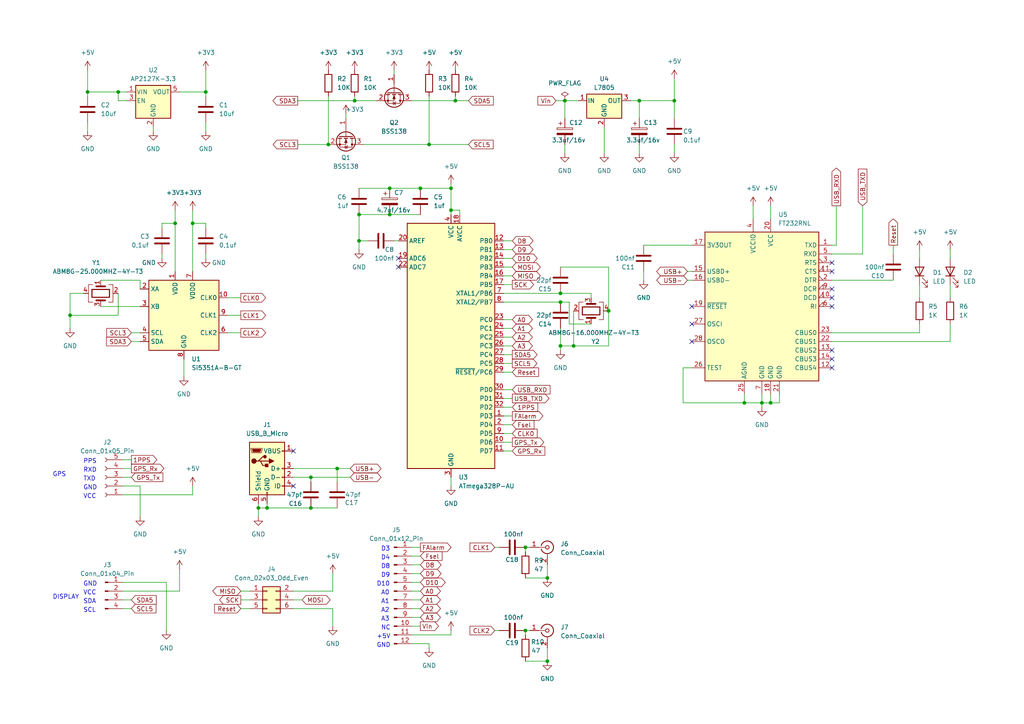
<source format=kicad_sch>
(kicad_sch (version 20231120) (generator "eeschema") (generator_version "8.0")
  (paper "A4")
  (junction (at 166.37 100.33))
  (junction (at 162.56 85.09))
  (junction (at 113.03 54.61))
  (junction (at 162.56 100.33))
  (junction (at 163.83 29.21))
  (junction (at 77.47 147.32))
  (junction (at 195.58 29.21))
  (junction (at 121.92 54.61))
  (junction (at 162.56 87.63))
  (junction (at 104.14 69.85))
  (junction (at 132.08 29.21))
  (junction (at 104.14 62.23))
  (junction (at 124.46 41.91))
  (junction (at 158.75 191.77))
  (junction (at 90.17 147.32))
  (junction (at 55.88 64.77))
  (junction (at 113.03 62.23))
  (junction (at 215.9 116.84))
  (junction (at 102.87 29.21))
  (junction (at 97.79 135.89))
  (junction (at 130.81 54.61))
  (junction (at 223.52 116.84))
  (junction (at 50.8 64.77))
  (junction (at 74.93 147.32))
  (junction (at 220.98 116.84))
  (junction (at 25.4 26.67))
  (junction (at 59.69 26.67))
  (junction (at 95.25 41.91))
  (junction (at 20.32 91.44))
  (junction (at 90.17 138.43))
  (junction (at 152.4 182.88))
  (junction (at 130.81 60.96))
  (junction (at 152.4 158.75))
  (junction (at 176.53 90.17))
  (junction (at 185.42 29.21))
  (junction (at 34.29 26.67))
  (junction (at 158.75 167.64))
  (no_connect (at 241.3 88.9))
  (no_connect (at 115.57 74.93))
  (no_connect (at 241.3 76.2))
  (no_connect (at 241.3 86.36))
  (no_connect (at 200.66 93.98))
  (no_connect (at 200.66 99.06))
  (no_connect (at 241.3 101.6))
  (no_connect (at 85.09 140.97))
  (no_connect (at 200.66 88.9))
  (no_connect (at 241.3 83.82))
  (no_connect (at 241.3 78.74))
  (no_connect (at 85.09 130.81))
  (no_connect (at 115.57 77.47))
  (no_connect (at 241.3 104.14))
  (no_connect (at 241.3 106.68))
  (wire (pts (xy 59.69 64.77) (xy 55.88 64.77)))
  (wire (pts (xy 158.75 191.77) (xy 158.75 187.96)))
  (wire (pts (xy 241.3 81.28) (xy 259.08 81.28)))
  (wire (pts (xy 119.38 171.45) (xy 121.92 171.45)))
  (wire (pts (xy 46.99 64.77) (xy 50.8 64.77)))
  (wire (pts (xy 165.1 93.98) (xy 165.1 87.63)))
  (wire (pts (xy 77.47 147.32) (xy 90.17 147.32)))
  (wire (pts (xy 114.3 20.32) (xy 114.3 21.59)))
  (wire (pts (xy 119.38 173.99) (xy 121.92 173.99)))
  (wire (pts (xy 77.47 146.05) (xy 77.47 147.32)))
  (wire (pts (xy 34.29 26.67) (xy 36.83 26.67)))
  (wire (pts (xy 259.08 71.12) (xy 259.08 73.66)))
  (wire (pts (xy 25.4 35.56) (xy 25.4 38.1)))
  (wire (pts (xy 119.38 179.07) (xy 121.92 179.07)))
  (wire (pts (xy 86.36 29.21) (xy 102.87 29.21)))
  (wire (pts (xy 146.05 115.57) (xy 148.59 115.57)))
  (wire (pts (xy 124.46 41.91) (xy 124.46 27.94)))
  (wire (pts (xy 85.09 176.53) (xy 96.52 176.53)))
  (wire (pts (xy 146.05 82.55) (xy 148.59 82.55)))
  (wire (pts (xy 146.05 97.79) (xy 148.59 97.79)))
  (wire (pts (xy 40.64 140.97) (xy 35.56 140.97)))
  (wire (pts (xy 223.52 59.69) (xy 223.52 63.5)))
  (wire (pts (xy 130.81 182.88) (xy 130.81 184.15)))
  (wire (pts (xy 124.46 186.69) (xy 124.46 187.96)))
  (wire (pts (xy 200.66 106.68) (xy 198.12 106.68)))
  (wire (pts (xy 199.39 78.74) (xy 200.66 78.74)))
  (wire (pts (xy 55.88 60.96) (xy 55.88 64.77)))
  (wire (pts (xy 119.38 166.37) (xy 121.92 166.37)))
  (wire (pts (xy 97.79 135.89) (xy 101.6 135.89)))
  (wire (pts (xy 66.04 96.52) (xy 69.85 96.52)))
  (wire (pts (xy 152.4 158.75) (xy 153.67 158.75)))
  (wire (pts (xy 163.83 29.21) (xy 163.83 34.29)))
  (wire (pts (xy 102.87 29.21) (xy 102.87 27.94)))
  (wire (pts (xy 146.05 130.81) (xy 148.59 130.81)))
  (wire (pts (xy 69.85 176.53) (xy 72.39 176.53)))
  (wire (pts (xy 119.38 158.75) (xy 121.92 158.75)))
  (wire (pts (xy 104.14 62.23) (xy 113.03 62.23)))
  (wire (pts (xy 146.05 72.39) (xy 148.59 72.39)))
  (wire (pts (xy 119.38 161.29) (xy 121.92 161.29)))
  (wire (pts (xy 59.69 26.67) (xy 59.69 27.94)))
  (wire (pts (xy 86.36 41.91) (xy 95.25 41.91)))
  (wire (pts (xy 59.69 35.56) (xy 59.69 38.1)))
  (wire (pts (xy 20.32 85.09) (xy 24.13 85.09)))
  (wire (pts (xy 186.69 71.12) (xy 200.66 71.12)))
  (wire (pts (xy 198.12 106.68) (xy 198.12 116.84)))
  (wire (pts (xy 152.4 182.88) (xy 152.4 184.15)))
  (wire (pts (xy 241.3 99.06) (xy 275.59 99.06)))
  (wire (pts (xy 119.38 186.69) (xy 124.46 186.69)))
  (wire (pts (xy 55.88 143.51) (xy 55.88 140.97)))
  (wire (pts (xy 146.05 80.01) (xy 148.59 80.01)))
  (wire (pts (xy 40.64 81.28) (xy 29.21 81.28)))
  (wire (pts (xy 163.83 29.21) (xy 167.64 29.21)))
  (wire (pts (xy 176.53 77.47) (xy 162.56 77.47)))
  (wire (pts (xy 55.88 64.77) (xy 55.88 78.74)))
  (wire (pts (xy 266.7 82.55) (xy 266.7 86.36)))
  (wire (pts (xy 185.42 29.21) (xy 195.58 29.21)))
  (wire (pts (xy 146.05 69.85) (xy 148.59 69.85)))
  (wire (pts (xy 185.42 41.91) (xy 185.42 44.45)))
  (wire (pts (xy 109.22 29.21) (xy 102.87 29.21)))
  (wire (pts (xy 146.05 128.27) (xy 148.59 128.27)))
  (wire (pts (xy 52.07 26.67) (xy 59.69 26.67)))
  (wire (pts (xy 38.1 96.52) (xy 40.64 96.52)))
  (wire (pts (xy 48.26 168.91) (xy 48.26 182.88)))
  (wire (pts (xy 90.17 139.7) (xy 90.17 138.43)))
  (wire (pts (xy 146.05 113.03) (xy 148.59 113.03)))
  (wire (pts (xy 220.98 116.84) (xy 220.98 118.11)))
  (wire (pts (xy 20.32 85.09) (xy 20.32 91.44)))
  (wire (pts (xy 166.37 90.17) (xy 166.37 100.33)))
  (wire (pts (xy 241.3 96.52) (xy 266.7 96.52)))
  (wire (pts (xy 146.05 102.87) (xy 148.59 102.87)))
  (wire (pts (xy 176.53 90.17) (xy 176.53 100.33)))
  (wire (pts (xy 69.85 171.45) (xy 72.39 171.45)))
  (wire (pts (xy 106.68 69.85) (xy 104.14 69.85)))
  (wire (pts (xy 59.69 73.66) (xy 59.69 74.93)))
  (wire (pts (xy 34.29 91.44) (xy 20.32 91.44)))
  (wire (pts (xy 143.51 158.75) (xy 144.78 158.75)))
  (wire (pts (xy 146.05 77.47) (xy 148.59 77.47)))
  (wire (pts (xy 97.79 135.89) (xy 97.79 139.7)))
  (wire (pts (xy 162.56 95.25) (xy 162.56 100.33)))
  (wire (pts (xy 25.4 26.67) (xy 25.4 27.94)))
  (wire (pts (xy 35.56 173.99) (xy 38.1 173.99)))
  (wire (pts (xy 35.56 135.89) (xy 38.1 135.89)))
  (wire (pts (xy 146.05 125.73) (xy 148.59 125.73)))
  (wire (pts (xy 119.38 181.61) (xy 121.92 181.61)))
  (wire (pts (xy 119.38 163.83) (xy 121.92 163.83)))
  (wire (pts (xy 46.99 73.66) (xy 46.99 74.93)))
  (wire (pts (xy 74.93 147.32) (xy 74.93 149.86)))
  (wire (pts (xy 275.59 82.55) (xy 275.59 86.36)))
  (wire (pts (xy 198.12 116.84) (xy 215.9 116.84)))
  (wire (pts (xy 34.29 29.21) (xy 34.29 26.67)))
  (wire (pts (xy 226.06 114.3) (xy 226.06 116.84)))
  (wire (pts (xy 195.58 22.86) (xy 195.58 29.21)))
  (wire (pts (xy 105.41 41.91) (xy 124.46 41.91)))
  (wire (pts (xy 44.45 36.83) (xy 44.45 38.1)))
  (wire (pts (xy 152.4 191.77) (xy 158.75 191.77)))
  (wire (pts (xy 130.81 60.96) (xy 130.81 62.23)))
  (wire (pts (xy 25.4 20.32) (xy 25.4 26.67)))
  (wire (pts (xy 114.3 69.85) (xy 115.57 69.85)))
  (wire (pts (xy 95.25 27.94) (xy 95.25 41.91)))
  (wire (pts (xy 34.29 85.09) (xy 34.29 91.44)))
  (wire (pts (xy 38.1 99.06) (xy 40.64 99.06)))
  (wire (pts (xy 130.81 138.43) (xy 130.81 140.97)))
  (wire (pts (xy 175.26 36.83) (xy 175.26 44.45)))
  (wire (pts (xy 66.04 86.36) (xy 69.85 86.36)))
  (wire (pts (xy 215.9 116.84) (xy 220.98 116.84)))
  (wire (pts (xy 40.64 83.82) (xy 40.64 81.28)))
  (wire (pts (xy 130.81 184.15) (xy 119.38 184.15)))
  (wire (pts (xy 146.05 92.71) (xy 148.59 92.71)))
  (wire (pts (xy 163.83 41.91) (xy 163.83 44.45)))
  (wire (pts (xy 275.59 72.39) (xy 275.59 74.93)))
  (wire (pts (xy 146.05 118.11) (xy 148.59 118.11)))
  (wire (pts (xy 85.09 171.45) (xy 96.52 171.45)))
  (wire (pts (xy 186.69 78.74) (xy 186.69 81.28)))
  (wire (pts (xy 85.09 138.43) (xy 90.17 138.43)))
  (wire (pts (xy 35.56 171.45) (xy 52.07 171.45)))
  (wire (pts (xy 226.06 116.84) (xy 223.52 116.84)))
  (wire (pts (xy 223.52 116.84) (xy 220.98 116.84)))
  (wire (pts (xy 266.7 72.39) (xy 266.7 74.93)))
  (wire (pts (xy 119.38 168.91) (xy 121.92 168.91)))
  (wire (pts (xy 52.07 171.45) (xy 52.07 165.1)))
  (wire (pts (xy 133.35 60.96) (xy 130.81 60.96)))
  (wire (pts (xy 176.53 100.33) (xy 166.37 100.33)))
  (wire (pts (xy 59.69 66.04) (xy 59.69 64.77)))
  (wire (pts (xy 195.58 41.91) (xy 195.58 44.45)))
  (wire (pts (xy 35.56 176.53) (xy 38.1 176.53)))
  (wire (pts (xy 40.64 149.86) (xy 40.64 140.97)))
  (wire (pts (xy 90.17 138.43) (xy 101.6 138.43)))
  (wire (pts (xy 113.03 62.23) (xy 121.92 62.23)))
  (wire (pts (xy 85.09 135.89) (xy 97.79 135.89)))
  (wire (pts (xy 146.05 123.19) (xy 148.59 123.19)))
  (wire (pts (xy 29.21 88.9) (xy 40.64 88.9)))
  (wire (pts (xy 199.39 81.28) (xy 200.66 81.28)))
  (wire (pts (xy 152.4 182.88) (xy 153.67 182.88)))
  (wire (pts (xy 104.14 54.61) (xy 113.03 54.61)))
  (wire (pts (xy 215.9 114.3) (xy 215.9 116.84)))
  (wire (pts (xy 35.56 143.51) (xy 55.88 143.51)))
  (wire (pts (xy 146.05 105.41) (xy 148.59 105.41)))
  (wire (pts (xy 171.45 86.36) (xy 171.45 85.09)))
  (wire (pts (xy 100.33 33.02) (xy 100.33 34.29)))
  (wire (pts (xy 36.83 29.21) (xy 34.29 29.21)))
  (wire (pts (xy 121.92 54.61) (xy 130.81 54.61)))
  (wire (pts (xy 53.34 104.14) (xy 53.34 109.22)))
  (wire (pts (xy 59.69 20.32) (xy 59.69 26.67)))
  (wire (pts (xy 242.57 59.69) (xy 242.57 71.12)))
  (wire (pts (xy 161.29 29.21) (xy 163.83 29.21)))
  (wire (pts (xy 152.4 158.75) (xy 152.4 160.02)))
  (wire (pts (xy 266.7 96.52) (xy 266.7 93.98)))
  (wire (pts (xy 171.45 93.98) (xy 165.1 93.98)))
  (wire (pts (xy 146.05 74.93) (xy 148.59 74.93)))
  (wire (pts (xy 195.58 29.21) (xy 195.58 34.29)))
  (wire (pts (xy 74.93 146.05) (xy 74.93 147.32)))
  (wire (pts (xy 104.14 69.85) (xy 104.14 62.23)))
  (wire (pts (xy 146.05 95.25) (xy 148.59 95.25)))
  (wire (pts (xy 162.56 85.09) (xy 146.05 85.09)))
  (wire (pts (xy 50.8 64.77) (xy 50.8 78.74)))
  (wire (pts (xy 241.3 71.12) (xy 242.57 71.12)))
  (wire (pts (xy 35.56 138.43) (xy 38.1 138.43)))
  (wire (pts (xy 165.1 87.63) (xy 162.56 87.63)))
  (wire (pts (xy 250.19 59.69) (xy 250.19 73.66)))
  (wire (pts (xy 143.51 182.88) (xy 144.78 182.88)))
  (wire (pts (xy 182.88 29.21) (xy 185.42 29.21)))
  (wire (pts (xy 185.42 29.21) (xy 185.42 34.29)))
  (wire (pts (xy 146.05 120.65) (xy 148.59 120.65)))
  (wire (pts (xy 130.81 54.61) (xy 130.81 60.96)))
  (wire (pts (xy 124.46 41.91) (xy 135.89 41.91)))
  (wire (pts (xy 25.4 26.67) (xy 34.29 26.67)))
  (wire (pts (xy 146.05 100.33) (xy 148.59 100.33)))
  (wire (pts (xy 133.35 62.23) (xy 133.35 60.96)))
  (wire (pts (xy 132.08 29.21) (xy 132.08 27.94)))
  (wire (pts (xy 166.37 100.33) (xy 162.56 100.33)))
  (wire (pts (xy 241.3 73.66) (xy 250.19 73.66)))
  (wire (pts (xy 162.56 87.63) (xy 146.05 87.63)))
  (wire (pts (xy 176.53 90.17) (xy 176.53 77.47)))
  (wire (pts (xy 85.09 173.99) (xy 87.63 173.99)))
  (wire (pts (xy 130.81 53.34) (xy 130.81 54.61)))
  (wire (pts (xy 66.04 91.44) (xy 69.85 91.44)))
  (wire (pts (xy 35.56 168.91) (xy 48.26 168.91)))
  (wire (pts (xy 146.05 107.95) (xy 148.59 107.95)))
  (wire (pts (xy 275.59 99.06) (xy 275.59 93.98)))
  (wire (pts (xy 119.38 176.53) (xy 121.92 176.53)))
  (wire (pts (xy 90.17 147.32) (xy 97.79 147.32)))
  (wire (pts (xy 104.14 69.85) (xy 104.14 72.39)))
  (wire (pts (xy 132.08 29.21) (xy 135.89 29.21)))
  (wire (pts (xy 171.45 85.09) (xy 162.56 85.09)))
  (wire (pts (xy 152.4 167.64) (xy 158.75 167.64)))
  (wire (pts (xy 20.32 91.44) (xy 20.32 95.25)))
  (wire (pts (xy 158.75 167.64) (xy 158.75 163.83)))
  (wire (pts (xy 220.98 114.3) (xy 220.98 116.84)))
  (wire (pts (xy 223.52 114.3) (xy 223.52 116.84)))
  (wire (pts (xy 77.47 147.32) (xy 74.93 147.32)))
  (wire (pts (xy 96.52 171.45) (xy 96.52 166.37)))
  (wire (pts (xy 50.8 60.96) (xy 50.8 64.77)))
  (wire (pts (xy 119.38 29.21) (xy 132.08 29.21)))
  (wire (pts (xy 113.03 54.61) (xy 121.92 54.61)))
  (wire (pts (xy 46.99 66.04) (xy 46.99 64.77)))
  (wire (pts (xy 162.56 100.33) (xy 162.56 101.6)))
  (wire (pts (xy 35.56 133.35) (xy 38.1 133.35)))
  (wire (pts (xy 69.85 173.99) (xy 72.39 173.99)))
  (wire (pts (xy 218.44 59.69) (xy 218.44 63.5)))
  (wire (pts (xy 96.52 176.53) (xy 96.52 181.61)))
  (text "D3" (at 110.49 160.02 0) (effects (font (size 1.27 1.27)) (justify left bottom)))
  (text "D4" (at 110.49 162.56 0) (effects (font (size 1.27 1.27)) (justify left bottom)))
  (text "GND" (at 24.13 170.18 0) (effects (font (size 1.27 1.27)) (justify left bottom)))
  (text "RXD" (at 24.13 137.16 0) (effects (font (size 1.27 1.27)) (justify left bottom)))
  (text "+5V" (at 109.22 185.42 0) (effects (font (size 1.27 1.27)) (justify left bottom)))
  (text "PPS" (at 24.13 134.62 0) (effects (font (size 1.27 1.27)) (justify left bottom)))
  (text "VCC" (at 24.13 172.72 0) (effects (font (size 1.27 1.27)) (justify left bottom)))
  (text "GND" (at 24.13 142.24 0) (effects (font (size 1.27 1.27)) (justify left bottom)))
  (text "VCC" (at 24.13 144.78 0) (effects (font (size 1.27 1.27)) (justify left bottom)))
  (text "D8" (at 110.49 165.1 0) (effects (font (size 1.27 1.27)) (justify left bottom)))
  (text "TXD" (at 24.13 139.7 0) (effects (font (size 1.27 1.27)) (justify left bottom)))
  (text "A3" (at 110.49 180.34 0) (effects (font (size 1.27 1.27)) (justify left bottom)))
  (text "GND" (at 109.22 187.96 0) (effects (font (size 1.27 1.27)) (justify left bottom)))
  (text "D10" (at 109.22 170.18 0) (effects (font (size 1.27 1.27)) (justify left bottom)))
  (text "A0" (at 110.49 172.72 0) (effects (font (size 1.27 1.27)) (justify left bottom)))
  (text "SDA" (at 24.13 175.26 0) (effects (font (size 1.27 1.27)) (justify left bottom)))
  (text "DISPLAY" (at 15.24 173.99 0) (effects (font (size 1.27 1.27)) (justify left bottom)))
  (text "A1" (at 110.49 175.26 0) (effects (font (size 1.27 1.27)) (justify left bottom)))
  (text "NC" (at 110.49 182.88 0) (effects (font (size 1.27 1.27)) (justify left bottom)))
  (text "GPS" (at 15.24 138.43 0) (effects (font (size 1.27 1.27)) (justify left bottom)))
  (text "A2" (at 110.49 177.8 0) (effects (font (size 1.27 1.27)) (justify left bottom)))
  (text "D9" (at 110.49 167.64 0) (effects (font (size 1.27 1.27)) (justify left bottom)))
  (text "SCL" (at 24.13 177.8 0) (effects (font (size 1.27 1.27)) (justify left bottom)))
  (global_label "GPS_Tx" (shape output) (at 148.59 128.27 0) (property "Intersheetrefs" "${INTERSHEET_REFS}" (effects (hide yes))))
  (global_label "SCL5" (shape output) (at 148.59 105.41 0) (property "Intersheetrefs" "${INTERSHEET_REFS}" (effects (hide yes))))
  (global_label "MISO" (shape bidirectional) (at 148.59 80.01 0) (property "Intersheetrefs" "${INTERSHEET_REFS}" (effects (hide yes))))
  (global_label "CLK0" (shape output) (at 69.85 86.36 0) (property "Intersheetrefs" "${INTERSHEET_REFS}" (effects (hide yes))))
  (global_label "A2" (shape bidirectional) (at 148.59 97.79 0) (property "Intersheetrefs" "${INTERSHEET_REFS}" (effects (hide yes))))
  (global_label "SCK" (shape output) (at 69.85 173.99 180) (property "Intersheetrefs" "${INTERSHEET_REFS}" (effects (hide yes))))
  (global_label "A2" (shape bidirectional) (at 121.92 176.53 0) (property "Intersheetrefs" "${INTERSHEET_REFS}" (effects (hide yes))))
  (global_label "Reset" (shape output) (at 259.08 71.12 90) (property "Intersheetrefs" "${INTERSHEET_REFS}" (effects (hide yes))))
  (global_label "D10" (shape bidirectional) (at 148.59 74.93 0) (property "Intersheetrefs" "${INTERSHEET_REFS}" (effects (hide yes))))
  (global_label "D8" (shape bidirectional) (at 148.59 69.85 0) (property "Intersheetrefs" "${INTERSHEET_REFS}" (effects (hide yes))))
  (global_label "1PPS" (shape output) (at 38.1 133.35 0) (property "Intersheetrefs" "${INTERSHEET_REFS}" (effects (hide yes))))
  (global_label "USB-" (shape bidirectional) (at 199.39 81.28 180) (property "Intersheetrefs" "${INTERSHEET_REFS}" (effects (hide yes))))
  (global_label "USB_RXD" (shape output) (at 242.57 59.69 90) (property "Intersheetrefs" "${INTERSHEET_REFS}" (effects (hide yes))))
  (global_label "CLK1" (shape output) (at 69.85 91.44 0) (property "Intersheetrefs" "${INTERSHEET_REFS}" (effects (hide yes))))
  (global_label "USB+" (shape bidirectional) (at 199.39 78.74 180) (property "Intersheetrefs" "${INTERSHEET_REFS}" (effects (hide yes))))
  (global_label "SCL3" (shape input) (at 38.1 96.52 180) (property "Intersheetrefs" "${INTERSHEET_REFS}" (effects (hide yes))))
  (global_label "D10" (shape bidirectional) (at 121.92 168.91 0) (property "Intersheetrefs" "${INTERSHEET_REFS}" (effects (hide yes))))
  (global_label "USB-" (shape bidirectional) (at 101.6 138.43 0) (property "Intersheetrefs" "${INTERSHEET_REFS}" (effects (hide yes))))
  (global_label "SDA5" (shape output) (at 148.59 102.87 0) (property "Intersheetrefs" "${INTERSHEET_REFS}" (effects (hide yes))))
  (global_label "MOSI" (shape bidirectional) (at 87.63 173.99 0) (property "Intersheetrefs" "${INTERSHEET_REFS}" (effects (hide yes))))
  (global_label "MISO" (shape bidirectional) (at 69.85 171.45 180) (property "Intersheetrefs" "${INTERSHEET_REFS}" (effects (hide yes))))
  (global_label "SCL5" (shape input) (at 135.89 41.91 0) (property "Intersheetrefs" "${INTERSHEET_REFS}" (effects (hide yes))))
  (global_label "A3" (shape bidirectional) (at 148.59 100.33 0) (property "Intersheetrefs" "${INTERSHEET_REFS}" (effects (hide yes))))
  (global_label "D9" (shape bidirectional) (at 121.92 166.37 0) (property "Intersheetrefs" "${INTERSHEET_REFS}" (effects (hide yes))))
  (global_label "FAlarm" (shape output) (at 148.59 120.65 0) (property "Intersheetrefs" "${INTERSHEET_REFS}" (effects (hide yes))))
  (global_label "SCL5" (shape input) (at 38.1 176.53 0) (property "Intersheetrefs" "${INTERSHEET_REFS}" (effects (hide yes))))
  (global_label "SDA3" (shape input) (at 38.1 99.06 180) (property "Intersheetrefs" "${INTERSHEET_REFS}" (effects (hide yes))))
  (global_label "USB_RXD" (shape input) (at 148.59 113.03 0) (property "Intersheetrefs" "${INTERSHEET_REFS}" (effects (hide yes))))
  (global_label "D9" (shape bidirectional) (at 148.59 72.39 0) (property "Intersheetrefs" "${INTERSHEET_REFS}" (effects (hide yes))))
  (global_label "USB_TXD" (shape output) (at 148.59 115.57 0) (property "Intersheetrefs" "${INTERSHEET_REFS}" (effects (hide yes))))
  (global_label "Reset" (shape input) (at 148.59 107.95 0) (property "Intersheetrefs" "${INTERSHEET_REFS}" (effects (hide yes))))
  (global_label "CLK2" (shape input) (at 143.51 182.88 180) (property "Intersheetrefs" "${INTERSHEET_REFS}" (effects (hide yes))))
  (global_label "SCL3" (shape output) (at 86.36 41.91 180) (property "Intersheetrefs" "${INTERSHEET_REFS}" (effects (hide yes))))
  (global_label "SDA3" (shape output) (at 86.36 29.21 180) (property "Intersheetrefs" "${INTERSHEET_REFS}" (effects (hide yes))))
  (global_label "GPS_Rx" (shape input) (at 148.59 130.81 0) (property "Intersheetrefs" "${INTERSHEET_REFS}" (effects (hide yes))))
  (global_label "CLK0" (shape input) (at 148.59 125.73 0) (property "Intersheetrefs" "${INTERSHEET_REFS}" (effects (hide yes))))
  (global_label "SCK" (shape output) (at 148.59 82.55 0) (property "Intersheetrefs" "${INTERSHEET_REFS}" (effects (hide yes))))
  (global_label "Reset" (shape input) (at 69.85 176.53 180) (property "Intersheetrefs" "${INTERSHEET_REFS}" (effects (hide yes))))
  (global_label "1PPS" (shape input) (at 148.59 118.11 0) (property "Intersheetrefs" "${INTERSHEET_REFS}" (effects (hide yes))))
  (global_label "SDA5" (shape input) (at 135.89 29.21 0) (property "Intersheetrefs" "${INTERSHEET_REFS}" (effects (hide yes))))
  (global_label "GPS_Tx" (shape input) (at 38.1 138.43 0) (property "Intersheetrefs" "${INTERSHEET_REFS}" (effects (hide yes))))
  (global_label "USB_TXD" (shape input) (at 250.19 59.69 90) (property "Intersheetrefs" "${INTERSHEET_REFS}" (effects (hide yes))))
  (global_label "A1" (shape bidirectional) (at 148.59 95.25 0) (property "Intersheetrefs" "${INTERSHEET_REFS}" (effects (hide yes))))
  (global_label "MOSI" (shape bidirectional) (at 148.59 77.47 0) (property "Intersheetrefs" "${INTERSHEET_REFS}" (effects (hide yes))))
  (global_label "CLK2" (shape output) (at 69.85 96.52 0) (property "Intersheetrefs" "${INTERSHEET_REFS}" (effects (hide yes))))
  (global_label "Vin" (shape input) (at 161.29 29.21 180) (property "Intersheetrefs" "${INTERSHEET_REFS}" (effects (hide yes))))
  (global_label "CLK1" (shape input) (at 143.51 158.75 180) (property "Intersheetrefs" "${INTERSHEET_REFS}" (effects (hide yes))))
  (global_label "USB+" (shape bidirectional) (at 101.6 135.89 0) (property "Intersheetrefs" "${INTERSHEET_REFS}" (effects (hide yes))))
  (global_label "SDA5" (shape input) (at 38.1 173.99 0) (property "Intersheetrefs" "${INTERSHEET_REFS}" (effects (hide yes))))
  (global_label "FAlarm" (shape output) (at 121.92 158.75 0) (property "Intersheetrefs" "${INTERSHEET_REFS}" (effects (hide yes))))
  (global_label "D8" (shape bidirectional) (at 121.92 163.83 0) (property "Intersheetrefs" "${INTERSHEET_REFS}" (effects (hide yes))))
  (global_label "A3" (shape bidirectional) (at 121.92 179.07 0) (property "Intersheetrefs" "${INTERSHEET_REFS}" (effects (hide yes))))
  (global_label "A0" (shape bidirectional) (at 121.92 171.45 0) (property "Intersheetrefs" "${INTERSHEET_REFS}" (effects (hide yes))))
  (global_label "A1" (shape bidirectional) (at 121.92 173.99 0) (property "Intersheetrefs" "${INTERSHEET_REFS}" (effects (hide yes))))
  (global_label "Fsel" (shape input) (at 121.92 161.29 0) (property "Intersheetrefs" "${INTERSHEET_REFS}" (effects (hide yes))))
  (global_label "Fsel" (shape input) (at 148.59 123.19 0) (property "Intersheetrefs" "${INTERSHEET_REFS}" (effects (hide yes))))
  (global_label "GPS_Rx" (shape output) (at 38.1 135.89 0) (property "Intersheetrefs" "${INTERSHEET_REFS}" (effects (hide yes))))
  (global_label "Vin" (shape output) (at 121.92 181.61 0) (property "Intersheetrefs" "${INTERSHEET_REFS}" (effects (hide yes))))
  (global_label "A0" (shape bidirectional) (at 148.59 92.71 0) (property "Intersheetrefs" "${INTERSHEET_REFS}" (effects (hide yes))))
  (symbol (lib_id "power:GND") (at 158.75 191.77 0) (unit 1)
    (property "Reference" "#PWR043" (effects (hide yes)))
    (property "Value" "GND" (at 158.75 196.85 0))
  )
  (symbol (lib_id "Transistor_FET:BSS138") (at 100.33 39.37 270) (unit 1)
    (property "Reference" "Q1" (at 100.33 45.72 90))
    (property "Value" "BSS138" (at 100.33 48.26 90))
    (property "Footprint" "Package_TO_SOT_SMD:SOT-23" (effects (hide yes)))
    (property "Datasheet" "https://www.onsemi.com/pub/Collateral/BSS138-D.PDF" (effects (hide yes)))
  )
  (symbol (lib_id "Device:C_Polarized") (at 185.42 38.1 0) (unit 1)
    (property "Reference" "C13" (at 186.69 35.56 0) (effects (justify left)))
    (property "Value" "3.3uf/16v" (at 181.61 40.64 0) (effects (justify left)))
    (property "Footprint" "Capacitor_SMD:C_1206_3216Metric_Pad1.33x1.80mm_HandSolder" (effects (hide yes)))
  )
  (symbol (lib_id "power:+3V3") (at 59.69 20.32 0) (unit 1)
    (property "Reference" "#PWR09" (effects (hide yes)))
    (property "Value" "+3V3" (at 59.69 15.24 0))
  )
  (symbol (lib_id "power:GND") (at 163.83 44.45 0) (unit 1)
    (property "Reference" "#PWR031" (effects (hide yes)))
    (property "Value" "GND" (at 163.83 49.53 0))
  )
  (symbol (lib_id "Connector:Conn_01x12_Pin") (at 114.3 171.45 0) (unit 1)
    (property "Reference" "J5" (at 114.935 153.67 0))
    (property "Value" "Conn_01x12_Pin" (at 114.935 156.21 0))
    (property "Footprint" "Connector_PinHeader_2.54mm:PinHeader_1x12_P2.54mm_Vertical" (effects (hide yes)))
  )
  (symbol (lib_id "Device:R") (at 266.7 90.17 0) (unit 1)
    (property "Reference" "R5" (at 269.24 88.9 0) (effects (justify left)))
    (property "Value" "1K" (at 269.24 91.44 0) (effects (justify left)))
    (property "Footprint" "Resistor_SMD:R_0805_2012Metric_Pad1.20x1.40mm_HandSolder" (effects (hide yes)))
  )
  (symbol (lib_id "power:+5V") (at 55.88 140.97 0) (unit 1)
    (property "Reference" "#PWR034" (effects (hide yes)))
    (property "Value" "+5V" (at 55.88 135.89 0))
  )
  (symbol (lib_id "Connector:USB_B_Micro") (at 77.47 135.89 0) (unit 1)
    (property "Reference" "J1" (at 77.47 123.19 0))
    (property "Value" "USB_B_Micro" (at 77.47 125.73 0))
    (property "Footprint" "Connector_USB:USB_Micro-B_Amphenol_10118193-0001LF_Horizontal" (effects (hide yes)))
  )
  (symbol (lib_id "Regulator_Linear:L7805") (at 175.26 29.21 0) (unit 1)
    (property "Reference" "U4" (at 175.26 22.86 0))
    (property "Value" "L7805" (at 175.26 25.4 0))
    (property "Footprint" "Package_TO_SOT_THT:TO-220-3_Horizontal_TabDown" (effects (hide yes)))
    (property "Datasheet" "http://www.st.com/content/ccc/resource/technical/document/datasheet/41/4f/b3/b0/12/d4/47/88/CD00000444.pdf/files/CD00000444.pdf/jcr:content/translations/en.CD00000444.pdf" (effects (hide yes)))
  )
  (symbol (lib_id "power:GND") (at 96.52 181.61 0) (unit 1)
    (property "Reference" "#PWR038" (effects (hide yes)))
    (property "Value" "GND" (at 96.52 186.69 0))
  )
  (symbol (lib_id "power:+5V") (at 266.7 72.39 0) (unit 1)
    (property "Reference" "#PWR027" (effects (hide yes)))
    (property "Value" "+5V" (at 266.7 67.31 0))
  )
  (symbol (lib_id "power:+5V") (at 223.52 59.69 0) (unit 1)
    (property "Reference" "#PWR026" (effects (hide yes)))
    (property "Value" "+5V" (at 223.52 54.61 0))
  )
  (symbol (lib_id "Device:R") (at 132.08 24.13 0) (unit 1)
    (property "Reference" "R4" (at 134.62 22.86 0) (effects (justify left)))
    (property "Value" "10K" (at 134.62 25.4 0) (effects (justify left)))
    (property "Footprint" "Resistor_SMD:R_0805_2012Metric_Pad1.20x1.40mm_HandSolder" (effects (hide yes)))
  )
  (symbol (lib_id "Transistor_FET:BSS138") (at 114.3 26.67 270) (unit 1)
    (property "Reference" "Q2" (at 114.3 35.56 90))
    (property "Value" "BSS138" (at 114.3 38.1 90))
    (property "Footprint" "Package_TO_SOT_SMD:SOT-23" (effects (hide yes)))
    (property "Datasheet" "https://www.onsemi.com/pub/Collateral/BSS138-D.PDF" (effects (hide yes)))
  )
  (symbol (lib_id "power:+5V") (at 124.46 20.32 0) (unit 1)
    (property "Reference" "#PWR012" (effects (hide yes)))
    (property "Value" "+5V" (at 124.46 15.24 0))
  )
  (symbol (lib_id "power:GND") (at 53.34 109.22 0) (unit 1)
    (property "Reference" "#PWR04" (effects (hide yes)))
    (property "Value" "GND" (at 53.34 114.3 0))
  )
  (symbol (lib_id "Connector_Generic:Conn_02x03_Odd_Even") (at 77.47 173.99 0) (unit 1)
    (property "Reference" "J4" (at 78.74 165.1 0))
    (property "Value" "Conn_02x03_Odd_Even" (at 78.74 167.64 0))
    (property "Footprint" "Connector_PinHeader_2.54mm:PinHeader_2x03_P2.54mm_Vertical" (effects (hide yes)))
  )
  (symbol (lib_id "Oscillator:Si5351A-B-GT") (at 53.34 91.44 0) (unit 1)
    (property "Reference" "U1" (at 55.5341 104.14 0) (effects (justify left)))
    (property "Value" "Si5351A-B-GT" (at 55.5341 106.68 0) (effects (justify left)))
    (property "Footprint" "Package_SO:MSOP-10_3x3mm_P0.5mm" (effects (hide yes)))
    (property "Datasheet" "https://www.silabs.com/documents/public/data-sheets/Si5351-B.pdf" (effects (hide yes)))
  )
  (symbol (lib_id "Device:C_Polarized") (at 113.03 58.42 0) (unit 1)
    (property "Reference" "C7" (at 114.3 55.88 0) (effects (justify left)))
    (property "Value" "4.7uf/16v" (at 109.22 60.96 0) (effects (justify left)))
    (property "Footprint" "Capacitor_SMD:C_1206_3216Metric_Pad1.33x1.80mm_HandSolder" (effects (hide yes)))
  )
  (symbol (lib_id "power:+5V") (at 130.81 182.88 0) (unit 1)
    (property "Reference" "#PWR040" (effects (hide yes)))
    (property "Value" "+5V" (at 130.81 177.8 0))
  )
  (symbol (lib_id "power:+3V3") (at 102.87 20.32 0) (unit 1)
    (property "Reference" "#PWR015" (effects (hide yes)))
    (property "Value" "+3V3" (at 102.87 15.24 0))
  )
  (symbol (lib_id "power:+3V3") (at 100.33 33.02 0) (unit 1)
    (property "Reference" "#PWR017" (effects (hide yes)))
    (property "Value" "+3V3" (at 102.87 31.75 0))
  )
  (symbol (lib_id "Device:C") (at 59.69 69.85 0) (unit 1)
    (property "Reference" "C4" (at 63.5 68.58 0) (effects (justify left)))
    (property "Value" "0,1uf" (at 63.5 71.12 0) (effects (justify left)))
    (property "Footprint" "Capacitor_SMD:C_0805_2012Metric_Pad1.18x1.45mm_HandSolder" (effects (hide yes)))
  )
  (symbol (lib_id "power:GND") (at 186.69 81.28 0) (unit 1)
    (property "Reference" "#PWR029" (effects (hide yes)))
    (property "Value" "GND" (at 186.69 86.36 0))
  )
  (symbol (lib_id "Device:C") (at 110.49 69.85 90) (unit 1)
    (property "Reference" "C8" (at 114.3 72.39 90) (effects (justify left)))
    (property "Value" "100nf" (at 114.3 74.93 90) (effects (justify left)))
    (property "Footprint" "Capacitor_SMD:C_0805_2012Metric_Pad1.18x1.45mm_HandSolder" (effects (hide yes)))
  )
  (symbol (lib_id "Device:C") (at 25.4 31.75 0) (unit 1)
    (property "Reference" "C2" (at 29.21 30.48 0) (effects (justify left)))
    (property "Value" "10uf" (at 29.21 33.02 0) (effects (justify left)))
    (property "Footprint" "Capacitor_SMD:C_0805_2012Metric_Pad1.18x1.45mm_HandSolder" (effects (hide yes)))
  )
  (symbol (lib_id "Device:C") (at 59.69 31.75 0) (unit 1)
    (property "Reference" "C1" (at 63.5 30.48 0) (effects (justify left)))
    (property "Value" "10uf" (at 63.5 33.02 0) (effects (justify left)))
    (property "Footprint" "Capacitor_SMD:C_0805_2012Metric_Pad1.18x1.45mm_HandSolder" (effects (hide yes)))
  )
  (symbol (lib_id "Device:C") (at 148.59 158.75 270) (unit 1)
    (property "Reference" "C18" (at 146.558 162.306 90) (effects (justify left)))
    (property "Value" "100nf" (at 146.05 154.94 90) (effects (justify left)))
    (property "Footprint" "Capacitor_SMD:C_0805_2012Metric_Pad1.18x1.45mm_HandSolder" (effects (hide yes)))
  )
  (symbol (lib_id "Device:C") (at 46.99 69.85 0) (unit 1)
    (property "Reference" "C3" (at 40.64 68.58 0) (effects (justify left)))
    (property "Value" "0,1uf" (at 38.1 71.12 0) (effects (justify left)))
    (property "Footprint" "Capacitor_SMD:C_0805_2012Metric_Pad1.18x1.45mm_HandSolder" (effects (hide yes)))
  )
  (symbol (lib_id "power:+5V") (at 25.4 20.32 0) (unit 1)
    (property "Reference" "#PWR08" (effects (hide yes)))
    (property "Value" "+5V" (at 25.4 15.24 0))
  )
  (symbol (lib_id "power:+5V") (at 132.08 20.32 0) (unit 1)
    (property "Reference" "#PWR013" (effects (hide yes)))
    (property "Value" "+5V" (at 132.08 15.24 0))
  )
  (symbol (lib_id "power:GND") (at 162.56 101.6 0) (unit 1)
    (property "Reference" "#PWR041" (effects (hide yes)))
    (property "Value" "GND" (at 162.56 106.68 0))
  )
  (symbol (lib_id "power:GND") (at 59.69 38.1 0) (unit 1)
    (property "Reference" "#PWR03" (effects (hide yes)))
    (property "Value" "GND" (at 59.69 43.18 0))
  )
  (symbol (lib_id "power:+5V") (at 195.58 22.86 0) (unit 1)
    (property "Reference" "#PWR023" (effects (hide yes)))
    (property "Value" "+5V" (at 195.58 17.78 0))
  )
  (symbol (lib_id "Device:C") (at 162.56 91.44 180) (unit 1)
    (property "Reference" "C14" (at 160.02 93.98 0) (effects (justify left)))
    (property "Value" "22pf" (at 160.02 91.44 0) (effects (justify left)))
    (property "Footprint" "Capacitor_SMD:C_0805_2012Metric_Pad1.18x1.45mm_HandSolder" (effects (hide yes)))
  )
  (symbol (lib_id "power:GND") (at 195.58 44.45 0) (unit 1)
    (property "Reference" "#PWR022" (effects (hide yes)))
    (property "Value" "GND" (at 195.58 49.53 0))
  )
  (symbol (lib_id "power:GND") (at 130.81 140.97 0) (unit 1)
    (property "Reference" "#PWR019" (effects (hide yes)))
    (property "Value" "GND" (at 130.81 146.05 0))
  )
  (symbol (lib_id "power:PWR_FLAG") (at 163.83 29.21 0) (unit 1)
    (property "Reference" "#FLG01" (effects (hide yes)))
    (property "Value" "PWR_FLAG" (at 163.83 24.13 0))
  )
  (symbol (lib_id "power:GND") (at 46.99 74.93 0) (unit 1)
    (property "Reference" "#PWR06" (effects (hide yes)))
    (property "Value" "GND" (at 43.18 76.2 0))
  )
  (symbol (lib_id "power:+3V3") (at 55.88 60.96 0) (unit 1)
    (property "Reference" "#PWR011" (effects (hide yes)))
    (property "Value" "+3V3" (at 55.88 55.88 0))
  )
  (symbol (lib_id "Device:C") (at 90.17 143.51 180) (unit 1)
    (property "Reference" "C16" (at 87.63 146.05 0) (effects (justify left)))
    (property "Value" "47pf" (at 87.63 143.51 0) (effects (justify left)))
    (property "Footprint" "Capacitor_SMD:C_0805_2012Metric_Pad1.18x1.45mm_HandSolder" (effects (hide yes)))
  )
  (symbol (lib_id "Connector:Conn_01x05_Socket") (at 30.48 138.43 180) (unit 1)
    (property "Reference" "J2" (at 31.115 128.27 0))
    (property "Value" "Conn_01x05_Pin" (at 31.115 130.81 0))
    (property "Footprint" "Connector_PinSocket_2.54mm:PinSocket_1x05_P2.54mm_Vertical" (effects (hide yes)))
  )
  (symbol (lib_id "power:GND") (at 74.93 149.86 0) (unit 1)
    (property "Reference" "#PWR030" (effects (hide yes)))
    (property "Value" "GND" (at 74.93 154.94 0))
  )
  (symbol (lib_id "power:GND") (at 158.75 167.64 0) (unit 1)
    (property "Reference" "#PWR042" (effects (hide yes)))
    (property "Value" "GND" (at 158.75 172.72 0))
  )
  (symbol (lib_id "power:GND") (at 48.26 182.88 0) (unit 1)
    (property "Reference" "#PWR035" (effects (hide yes)))
    (property "Value" "GND" (at 48.26 187.96 0))
  )
  (symbol (lib_id "power:+3V3") (at 95.25 20.32 0) (unit 1)
    (property "Reference" "#PWR014" (effects (hide yes)))
    (property "Value" "+3V3" (at 95.25 15.24 0))
  )
  (symbol (lib_id "power:+3V3") (at 50.8 60.96 0) (unit 1)
    (property "Reference" "#PWR010" (effects (hide yes)))
    (property "Value" "+3V3" (at 50.8 55.88 0))
  )
  (symbol (lib_id "power:GND") (at 175.26 44.45 0) (unit 1)
    (property "Reference" "#PWR021" (effects (hide yes)))
    (property "Value" "GND" (at 175.26 49.53 0))
  )
  (symbol (lib_id "power:GND") (at 185.42 44.45 0) (unit 1)
    (property "Reference" "#PWR032" (effects (hide yes)))
    (property "Value" "GND" (at 185.42 49.53 0))
  )
  (symbol (lib_id "power:+5V") (at 52.07 165.1 0) (unit 1)
    (property "Reference" "#PWR036" (effects (hide yes)))
    (property "Value" "+5V" (at 52.07 160.02 0))
  )
  (symbol (lib_id "Device:C") (at 186.69 74.93 180) (unit 1)
    (property "Reference" "C11" (at 184.15 77.47 0) (effects (justify left)))
    (property "Value" "100nf" (at 184.15 74.93 0) (effects (justify left)))
    (property "Footprint" "Capacitor_SMD:C_0805_2012Metric_Pad1.18x1.45mm_HandSolder" (effects (hide yes)))
  )
  (symbol (lib_id "Device:C") (at 97.79 143.51 180) (unit 1)
    (property "Reference" "C17" (at 103.886 145.796 0) (effects (justify left)))
    (property "Value" "47pf" (at 104.648 143.51 0) (effects (justify left)))
    (property "Footprint" "Capacitor_SMD:C_0805_2012Metric_Pad1.18x1.45mm_HandSolder" (effects (hide yes)))
  )
  (symbol (lib_id "Device:C") (at 162.56 81.28 180) (unit 1)
    (property "Reference" "C15" (at 160.02 83.82 0) (effects (justify left)))
    (property "Value" "22pf" (at 160.02 81.28 0) (effects (justify left)))
    (property "Footprint" "Capacitor_SMD:C_0805_2012Metric_Pad1.18x1.45mm_HandSolder" (effects (hide yes)))
  )
  (symbol (lib_id "Device:C") (at 148.59 182.88 270) (unit 1)
    (property "Reference" "C19" (at 146.558 186.436 90) (effects (justify left)))
    (property "Value" "100nf" (at 146.05 179.07 90) (effects (justify left)))
    (property "Footprint" "Capacitor_SMD:C_0805_2012Metric_Pad1.18x1.45mm_HandSolder" (effects (hide yes)))
  )
  (symbol (lib_id "Device:C") (at 104.14 58.42 0) (unit 1)
    (property "Reference" "C6" (at 97.79 57.15 0) (effects (justify left)))
    (property "Value" "1uf" (at 97.79 59.69 0) (effects (justify left)))
    (property "Footprint" "Capacitor_SMD:C_0805_2012Metric_Pad1.18x1.45mm_HandSolder" (effects (hide yes)))
  )
  (symbol (lib_id "Device:C") (at 259.08 77.47 180) (unit 1)
    (property "Reference" "C10" (at 256.54 80.01 0) (effects (justify left)))
    (property "Value" "100nf" (at 256.54 77.47 0) (effects (justify left)))
    (property "Footprint" "Capacitor_SMD:C_0805_2012Metric_Pad1.18x1.45mm_HandSolder" (effects (hide yes)))
  )
  (symbol (lib_id "Device:Crystal_GND24") (at 171.45 90.17 90) (unit 1)
    (property "Reference" "Y2" (at 173.99 99.06 90) (effects (justify left)))
    (property "Value" "ABM8G-16.000MHZ-4Y-T3" (at 185.42 96.52 90) (effects (justify left)))
    (property "Footprint" "Crystal:Crystal_SMD_3225-4Pin_3.2x2.5mm_HandSoldering" (effects (hide yes)))
    (property "Description" "Four pin crystal, GND on pins 2 and 4" (effects (hide yes)))
  )
  (symbol (lib_id "Device:LED") (at 266.7 78.74 90) (unit 1)
    (property "Reference" "D1" (at 270.51 79.0575 90) (effects (justify right)))
    (property "Value" "LED" (at 270.51 81.5975 90) (effects (justify right)))
    (property "Footprint" "LED_SMD:LED_0805_2012Metric_Pad1.15x1.40mm_HandSolder" (effects (hide yes)))
  )
  (symbol (lib_id "power:GND") (at 25.4 38.1 0) (unit 1)
    (property "Reference" "#PWR01" (effects (hide yes)))
    (property "Value" "GND" (at 25.4 43.18 0))
  )
  (symbol (lib_id "Connector:Conn_01x04_Pin") (at 30.48 171.45 0) (unit 1)
    (property "Reference" "J3" (at 31.115 163.83 0))
    (property "Value" "Conn_01x04_Pin" (at 31.115 166.37 0))
    (property "Footprint" "Connector_PinHeader_2.54mm:PinHeader_1x04_P2.54mm_Vertical" (effects (hide yes)))
  )
  (symbol (lib_id "power:GND") (at 104.14 72.39 0) (unit 1)
    (property "Reference" "#PWR020" (effects (hide yes)))
    (property "Value" "GND" (at 104.14 77.47 0))
  )
  (symbol (lib_id "Regulator_Linear:AP2127K-3.3") (at 44.45 29.21 0) (unit 1)
    (property "Reference" "U2" (at 44.45 20.32 0))
    (property "Value" "AP2127K-3.3" (at 44.45 22.86 0))
    (property "Footprint" "Package_TO_SOT_SMD:SOT-23-5" (effects (hide yes)))
    (property "Datasheet" "https://www.diodes.com/assets/Datasheets/AP2127.pdf" (effects (hide yes)))
  )
  (symbol (lib_id "Device:R") (at 95.25 24.13 0) (unit 1)
    (property "Reference" "R2" (at 97.79 22.86 0) (effects (justify left)))
    (property "Value" "10K" (at 97.79 25.4 0) (effects (justify left)))
    (property "Footprint" "Resistor_SMD:R_0805_2012Metric_Pad1.20x1.40mm_HandSolder" (effects (hide yes)))
  )
  (symbol (lib_id "power:GND") (at 220.98 118.11 0) (unit 1)
    (property "Reference" "#PWR024" (effects (hide yes)))
    (property "Value" "GND" (at 220.98 123.19 0))
  )
  (symbol (lib_id "Device:R") (at 124.46 24.13 0) (unit 1)
    (property "Reference" "R3" (at 127 22.86 0) (effects (justify left)))
    (property "Value" "10K" (at 127 25.4 0) (effects (justify left)))
    (property "Footprint" "Resistor_SMD:R_0805_2012Metric_Pad1.20x1.40mm_HandSolder" (effects (hide yes)))
  )
  (symbol (lib_id "Device:C_Polarized") (at 163.83 38.1 0) (unit 1)
    (property "Reference" "C12" (at 165.1 35.56 0) (effects (justify left)))
    (property "Value" "3.3uf/16v" (at 160.02 40.64 0) (effects (justify left)))
    (property "Footprint" "Capacitor_SMD:C_1206_3216Metric_Pad1.33x1.80mm_HandSolder" (effects (hide yes)))
  )
  (symbol (lib_id "Device:Crystal_GND24") (at 29.21 85.09 270) (unit 1)
    (property "Reference" "Y1" (at 26.67 76.2 90) (effects (justify left)))
    (property "Value" "ABM8G-25.000MHZ-4Y-T3" (at 15.24 78.74 90) (effects (justify left)))
    (property "Footprint" "Crystal:Crystal_SMD_3225-4Pin_3.2x2.5mm_HandSoldering" (effects (hide yes)))
    (property "Description" "Four pin crystal, GND on pins 2 and 4" (effects (hide yes)))
  )
  (symbol (lib_id "power:+5V") (at 275.59 72.39 0) (unit 1)
    (property "Reference" "#PWR028" (effects (hide yes)))
    (property "Value" "+5V" (at 275.59 67.31 0))
  )
  (symbol (lib_id "power:+5V") (at 96.52 166.37 0) (unit 1)
    (property "Reference" "#PWR037" (effects (hide yes)))
    (property "Value" "+5V" (at 96.52 161.29 0))
  )
  (symbol (lib_id "Device:R") (at 152.4 163.83 180) (unit 1)
    (property "Reference" "R9" (at 154.94 162.5599 0) (effects (justify right)))
    (property "Value" "47" (at 154.94 165.0999 0) (effects (justify right)))
    (property "Footprint" "Resistor_SMD:R_0805_2012Metric_Pad1.20x1.40mm_HandSolder" (effects (hide yes)))
  )
  (symbol (lib_id "Device:C") (at 195.58 38.1 0) (unit 1)
    (property "Reference" "C9" (at 198.12 38.1 0) (effects (justify left)))
    (property "Value" "0.1uf" (at 198.12 40.64 0) (effects (justify left)))
    (property "Footprint" "Capacitor_SMD:C_0805_2012Metric_Pad1.18x1.45mm_HandSolder" (effects (hide yes)))
  )
  (symbol (lib_id "Device:R") (at 275.59 90.17 0) (unit 1)
    (property "Reference" "R6" (at 278.13 88.9 0) (effects (justify left)))
    (property "Value" "1K" (at 278.13 91.44 0) (effects (justify left)))
    (property "Footprint" "Resistor_SMD:R_0805_2012Metric_Pad1.20x1.40mm_HandSolder" (effects (hide yes)))
  )
  (symbol (lib_id "power:GND") (at 20.32 95.25 0) (unit 1)
    (property "Reference" "#PWR05" (effects (hide yes)))
    (property "Value" "GND" (at 20.32 100.33 0))
  )
  (symbol (lib_id "Device:R") (at 102.87 24.13 0) (unit 1)
    (property "Reference" "R1" (at 105.41 22.86 0) (effects (justify left)))
    (property "Value" "10K" (at 105.41 25.4 0) (effects (justify left)))
    (property "Footprint" "Resistor_SMD:R_0805_2012Metric_Pad1.20x1.40mm_HandSolder" (effects (hide yes)))
  )
  (symbol (lib_id "power:GND") (at 59.69 74.93 0) (unit 1)
    (property "Reference" "#PWR07" (effects (hide yes)))
    (property "Value" "GND" (at 63.5 76.2 0))
  )
  (symbol (lib_id "power:+3V3") (at 114.3 20.32 0) (unit 1)
    (property "Reference" "#PWR016" (effects (hide yes)))
    (property "Value" "+3V3" (at 114.3 15.24 0))
  )
  (symbol (lib_id "Interface_USB:FT232RL") (at 220.98 88.9 0) (unit 1)
    (property "Reference" "U5" (at 225.7141 62.23 0) (effects (justify left)))
    (property "Value" "FT232RNL" (at 225.7141 64.77 0) (effects (justify left)))
    (property "Footprint" "Package_SO:SSOP-28_5.3x10.2mm_P0.65mm" (effects (hide yes)))
    (property "Datasheet" "https://cdn-reichelt.de/documents/datenblatt/A200/DS_FT232RN.pdf" (effects (hide yes)))
  )
  (symbol (lib_id "power:+5V") (at 130.81 53.34 0) (unit 1)
    (property "Reference" "#PWR018" (effects (hide yes)))
    (property "Value" "+5V" (at 130.81 48.26 0))
  )
  (symbol (lib_id "Device:LED") (at 275.59 78.74 90) (unit 1)
    (property "Reference" "D2" (at 279.4 79.0575 90) (effects (justify right)))
    (property "Value" "LED" (at 279.4 81.5975 90) (effects (justify right)))
    (property "Footprint" "LED_SMD:LED_0805_2012Metric_Pad1.15x1.40mm_HandSolder" (effects (hide yes)))
  )
  (symbol (lib_id "power:GND") (at 124.46 187.96 0) (unit 1)
    (property "Reference" "#PWR039" (effects (hide yes)))
    (property "Value" "GND" (at 124.46 193.04 0))
  )
  (symbol (lib_id "MCU_Microchip_ATmega:ATmega328P-A") (at 130.81 100.33 0) (unit 1)
    (property "Reference" "U3" (at 133.0041 138.43 0) (effects (justify left)))
    (property "Value" "ATmega328P-AU" (at 133.0041 140.97 0) (effects (justify left)))
    (property "Footprint" "Package_QFP:TQFP-32_7x7mm_P0.8mm" (effects (hide yes)))
    (property "Datasheet" "https://ww1.microchip.com/downloads/aemDocuments/documents/MCU08/ProductDocuments/DataSheets/ATmega48A-PA-88A-PA-168A-PA-328-P-DS-DS40002061B.pdf" (effects (hide yes)))
  )
  (symbol (lib_id "Connector:Conn_Coaxial") (at 158.75 182.88 0) (unit 1)
    (property "Reference" "J7" (at 162.56 181.9032 0) (effects (justify left)))
    (property "Value" "Conn_Coaxial" (at 162.56 184.4432 0) (effects (justify left)))
    (property "Footprint" "Connector_Coaxial:SMA_Amphenol_901-143_Horizontal" (effects (hide yes)))
    (property "Datasheet" " ~" (effects (hide yes)))
  )
  (symbol (lib_id "power:GND") (at 44.45 38.1 0) (unit 1)
    (property "Reference" "#PWR02" (effects (hide yes)))
    (property "Value" "GND" (at 44.45 43.18 0))
  )
  (symbol (lib_id "Device:R") (at 152.4 187.96 180) (unit 1)
    (property "Reference" "R10" (at 155.956 186.182 0))
    (property "Value" "47" (at 155.448 188.722 0))
    (property "Footprint" "Resistor_SMD:R_0805_2012Metric_Pad1.20x1.40mm_HandSolder" (effects (hide yes)))
  )
  (symbol (lib_id "power:+5V") (at 218.44 59.69 0) (unit 1)
    (property "Reference" "#PWR025" (effects (hide yes)))
    (property "Value" "+5V" (at 218.44 54.61 0))
  )
  (symbol (lib_id "Device:C") (at 121.92 58.42 0) (unit 1)
    (property "Reference" "C5" (at 125.73 57.15 0) (effects (justify left)))
    (property "Value" "1uf" (at 125.73 59.69 0) (effects (justify left)))
    (property "Footprint" "Capacitor_SMD:C_0805_2012Metric_Pad1.18x1.45mm_HandSolder" (effects (hide yes)))
  )
  (symbol (lib_id "power:GND") (at 40.64 149.86 0) (unit 1)
    (property "Reference" "#PWR033" (effects (hide yes)))
    (property "Value" "GND" (at 40.64 154.94 0))
  )
  (symbol (lib_id "Connector:Conn_Coaxial") (at 158.75 158.75 0) (unit 1)
    (property "Reference" "J6" (at 162.56 157.7732 0) (effects (justify left)))
    (property "Value" "Conn_Coaxial" (at 162.56 160.3132 0) (effects (justify left)))
    (property "Footprint" "Connector_Coaxial:SMA_Amphenol_901-143_Horizontal" (effects (hide yes)))
    (property "Datasheet" " ~" (effects (hide yes)))
  )
)
</source>
